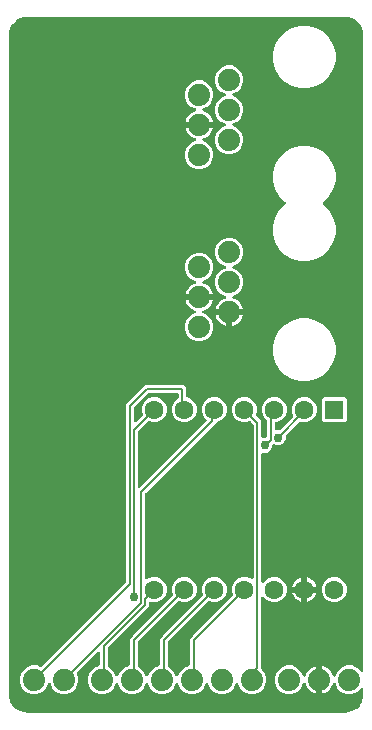
<source format=gbr>
G04 EAGLE Gerber RS-274X export*
G75*
%MOIN*%
%FSLAX34Y34*%
%LPD*%
%INBottom Copper*%
%IPPOS*%
%AMOC8*
5,1,8,0,0,1.08239X$1,22.5*%
G01*
%ADD10C,0.074000*%
%ADD11R,0.062992X0.062992*%
%ADD12C,0.062992*%
%ADD13C,0.029780*%
%ADD14C,0.006000*%

G36*
X32872Y8401D02*
X32872Y8401D01*
X32873Y8401D01*
X32945Y8406D01*
X32952Y8407D01*
X32955Y8407D01*
X33093Y8444D01*
X33105Y8449D01*
X33230Y8521D01*
X33239Y8529D01*
X33240Y8529D01*
X33341Y8630D01*
X33349Y8640D01*
X33349Y8641D01*
X33421Y8765D01*
X33426Y8776D01*
X33426Y8777D01*
X33463Y8915D01*
X33464Y8923D01*
X33465Y8925D01*
X33469Y8997D01*
X33469Y8999D01*
X33469Y9000D01*
X33469Y9185D01*
X33469Y9190D01*
X33468Y9196D01*
X33468Y9197D01*
X33466Y9202D01*
X33464Y9207D01*
X33463Y9208D01*
X33463Y9209D01*
X33460Y9213D01*
X33457Y9218D01*
X33456Y9218D01*
X33456Y9219D01*
X33451Y9222D01*
X33447Y9226D01*
X33446Y9226D01*
X33441Y9229D01*
X33436Y9231D01*
X33435Y9231D01*
X33435Y9232D01*
X33429Y9233D01*
X33424Y9234D01*
X33423Y9234D01*
X33417Y9233D01*
X33412Y9233D01*
X33411Y9233D01*
X33410Y9233D01*
X33405Y9231D01*
X33400Y9230D01*
X33399Y9229D01*
X33398Y9229D01*
X33388Y9222D01*
X33386Y9220D01*
X33385Y9220D01*
X33267Y9101D01*
X33094Y9029D01*
X32906Y9029D01*
X32733Y9101D01*
X32601Y9233D01*
X32544Y9371D01*
X32543Y9372D01*
X32543Y9373D01*
X32540Y9377D01*
X32538Y9381D01*
X32537Y9382D01*
X32536Y9383D01*
X32533Y9387D01*
X32529Y9390D01*
X32528Y9391D01*
X32527Y9392D01*
X32523Y9394D01*
X32519Y9397D01*
X32517Y9397D01*
X32516Y9398D01*
X32511Y9399D01*
X32507Y9400D01*
X32505Y9400D01*
X32504Y9401D01*
X32499Y9401D01*
X32494Y9401D01*
X32493Y9401D01*
X32492Y9400D01*
X32487Y9399D01*
X32482Y9398D01*
X32481Y9398D01*
X32480Y9397D01*
X32475Y9395D01*
X32471Y9393D01*
X32470Y9392D01*
X32469Y9391D01*
X32465Y9388D01*
X32462Y9384D01*
X32461Y9383D01*
X32460Y9382D01*
X32459Y9380D01*
X32455Y9374D01*
X32453Y9369D01*
X32452Y9367D01*
X32436Y9319D01*
X32403Y9253D01*
X32359Y9193D01*
X32307Y9141D01*
X32247Y9097D01*
X32181Y9064D01*
X32110Y9041D01*
X32099Y9039D01*
X32099Y9450D01*
X32099Y9455D01*
X32098Y9460D01*
X32098Y9461D01*
X32098Y9462D01*
X32096Y9467D01*
X32094Y9472D01*
X32094Y9473D01*
X32093Y9474D01*
X32090Y9478D01*
X32087Y9482D01*
X32086Y9483D01*
X32086Y9484D01*
X32082Y9487D01*
X32078Y9490D01*
X32077Y9491D01*
X32076Y9492D01*
X32072Y9494D01*
X32067Y9496D01*
X32066Y9496D01*
X32065Y9497D01*
X32053Y9499D01*
X32051Y9499D01*
X32050Y9499D01*
X31950Y9499D01*
X31945Y9499D01*
X31940Y9498D01*
X31939Y9498D01*
X31938Y9498D01*
X31933Y9496D01*
X31928Y9494D01*
X31927Y9494D01*
X31926Y9493D01*
X31922Y9490D01*
X31918Y9487D01*
X31917Y9486D01*
X31916Y9486D01*
X31913Y9482D01*
X31910Y9478D01*
X31909Y9477D01*
X31908Y9476D01*
X31906Y9472D01*
X31904Y9467D01*
X31904Y9466D01*
X31903Y9465D01*
X31901Y9453D01*
X31901Y9451D01*
X31901Y9450D01*
X31901Y9039D01*
X31890Y9041D01*
X31819Y9064D01*
X31753Y9097D01*
X31693Y9141D01*
X31641Y9193D01*
X31597Y9253D01*
X31564Y9319D01*
X31548Y9367D01*
X31548Y9368D01*
X31547Y9369D01*
X31545Y9374D01*
X31543Y9378D01*
X31542Y9379D01*
X31542Y9380D01*
X31538Y9384D01*
X31535Y9388D01*
X31534Y9388D01*
X31533Y9389D01*
X31529Y9392D01*
X31525Y9395D01*
X31524Y9395D01*
X31523Y9396D01*
X31518Y9398D01*
X31513Y9400D01*
X31512Y9400D01*
X31511Y9400D01*
X31506Y9400D01*
X31501Y9401D01*
X31500Y9401D01*
X31498Y9401D01*
X31494Y9400D01*
X31489Y9399D01*
X31487Y9399D01*
X31486Y9399D01*
X31482Y9396D01*
X31477Y9395D01*
X31476Y9394D01*
X31475Y9393D01*
X31471Y9390D01*
X31467Y9387D01*
X31466Y9386D01*
X31465Y9385D01*
X31464Y9383D01*
X31459Y9377D01*
X31457Y9373D01*
X31456Y9371D01*
X31399Y9233D01*
X31267Y9101D01*
X31094Y9029D01*
X30906Y9029D01*
X30733Y9101D01*
X30601Y9233D01*
X30529Y9406D01*
X30529Y9594D01*
X30601Y9767D01*
X30733Y9899D01*
X30906Y9971D01*
X31094Y9971D01*
X31267Y9899D01*
X31399Y9767D01*
X31456Y9629D01*
X31457Y9628D01*
X31457Y9627D01*
X31460Y9623D01*
X31462Y9619D01*
X31463Y9618D01*
X31464Y9617D01*
X31467Y9613D01*
X31471Y9610D01*
X31472Y9609D01*
X31473Y9608D01*
X31477Y9606D01*
X31481Y9603D01*
X31483Y9603D01*
X31484Y9602D01*
X31489Y9601D01*
X31493Y9600D01*
X31495Y9600D01*
X31496Y9599D01*
X31501Y9599D01*
X31506Y9599D01*
X31507Y9599D01*
X31508Y9600D01*
X31513Y9601D01*
X31518Y9602D01*
X31519Y9602D01*
X31520Y9603D01*
X31525Y9605D01*
X31529Y9607D01*
X31530Y9608D01*
X31531Y9609D01*
X31535Y9612D01*
X31538Y9616D01*
X31539Y9617D01*
X31540Y9618D01*
X31541Y9620D01*
X31545Y9626D01*
X31547Y9631D01*
X31548Y9633D01*
X31564Y9681D01*
X31597Y9747D01*
X31641Y9807D01*
X31693Y9859D01*
X31753Y9903D01*
X31819Y9936D01*
X31890Y9959D01*
X31901Y9961D01*
X31901Y9550D01*
X31901Y9545D01*
X31902Y9540D01*
X31902Y9539D01*
X31902Y9538D01*
X31904Y9533D01*
X31906Y9528D01*
X31906Y9527D01*
X31907Y9526D01*
X31910Y9522D01*
X31913Y9518D01*
X31914Y9517D01*
X31914Y9516D01*
X31918Y9513D01*
X31922Y9510D01*
X31923Y9509D01*
X31924Y9508D01*
X31928Y9506D01*
X31933Y9504D01*
X31934Y9504D01*
X31935Y9503D01*
X31947Y9501D01*
X31949Y9501D01*
X31950Y9501D01*
X32050Y9501D01*
X32055Y9501D01*
X32060Y9502D01*
X32061Y9502D01*
X32062Y9502D01*
X32067Y9504D01*
X32072Y9506D01*
X32073Y9506D01*
X32074Y9507D01*
X32078Y9510D01*
X32082Y9513D01*
X32083Y9514D01*
X32084Y9514D01*
X32087Y9518D01*
X32090Y9522D01*
X32091Y9523D01*
X32092Y9524D01*
X32094Y9528D01*
X32096Y9533D01*
X32096Y9534D01*
X32097Y9535D01*
X32099Y9547D01*
X32099Y9549D01*
X32099Y9550D01*
X32099Y9961D01*
X32110Y9959D01*
X32181Y9936D01*
X32247Y9903D01*
X32307Y9859D01*
X32359Y9807D01*
X32403Y9747D01*
X32436Y9681D01*
X32452Y9633D01*
X32452Y9632D01*
X32453Y9631D01*
X32455Y9626D01*
X32457Y9622D01*
X32458Y9621D01*
X32458Y9620D01*
X32462Y9616D01*
X32465Y9612D01*
X32466Y9612D01*
X32467Y9611D01*
X32471Y9608D01*
X32475Y9605D01*
X32476Y9605D01*
X32477Y9604D01*
X32482Y9602D01*
X32487Y9600D01*
X32488Y9600D01*
X32489Y9600D01*
X32494Y9600D01*
X32499Y9599D01*
X32500Y9599D01*
X32502Y9599D01*
X32506Y9600D01*
X32511Y9601D01*
X32513Y9601D01*
X32514Y9601D01*
X32518Y9604D01*
X32523Y9605D01*
X32524Y9606D01*
X32525Y9607D01*
X32529Y9610D01*
X32533Y9613D01*
X32534Y9614D01*
X32535Y9615D01*
X32536Y9617D01*
X32541Y9623D01*
X32543Y9627D01*
X32544Y9629D01*
X32601Y9767D01*
X32733Y9899D01*
X32906Y9971D01*
X33094Y9971D01*
X33267Y9899D01*
X33385Y9780D01*
X33390Y9777D01*
X33394Y9774D01*
X33395Y9773D01*
X33400Y9771D01*
X33405Y9768D01*
X33406Y9768D01*
X33407Y9768D01*
X33412Y9767D01*
X33417Y9766D01*
X33418Y9766D01*
X33419Y9766D01*
X33424Y9767D01*
X33430Y9767D01*
X33431Y9767D01*
X33436Y9769D01*
X33442Y9771D01*
X33443Y9772D01*
X33447Y9775D01*
X33452Y9778D01*
X33453Y9779D01*
X33457Y9783D01*
X33460Y9787D01*
X33461Y9788D01*
X33464Y9793D01*
X33466Y9798D01*
X33466Y9799D01*
X33467Y9799D01*
X33469Y9811D01*
X33469Y9814D01*
X33469Y9815D01*
X33469Y30996D01*
X33469Y30998D01*
X33469Y30999D01*
X33465Y31071D01*
X33463Y31078D01*
X33463Y31081D01*
X33426Y31219D01*
X33421Y31231D01*
X33349Y31356D01*
X33342Y31365D01*
X33341Y31366D01*
X33240Y31467D01*
X33230Y31475D01*
X33105Y31547D01*
X33094Y31552D01*
X33093Y31552D01*
X32955Y31589D01*
X32948Y31590D01*
X32945Y31591D01*
X32873Y31595D01*
X32871Y31595D01*
X32870Y31595D01*
X22250Y31595D01*
X22248Y31595D01*
X22247Y31595D01*
X22175Y31591D01*
X22168Y31589D01*
X22165Y31589D01*
X22027Y31552D01*
X22015Y31547D01*
X21891Y31475D01*
X21881Y31468D01*
X21881Y31467D01*
X21880Y31467D01*
X21779Y31366D01*
X21771Y31356D01*
X21699Y31231D01*
X21697Y31226D01*
X21695Y31221D01*
X21695Y31220D01*
X21694Y31220D01*
X21694Y31219D01*
X21657Y31081D01*
X21656Y31074D01*
X21656Y31071D01*
X21651Y30999D01*
X21651Y30997D01*
X21651Y30996D01*
X21651Y9000D01*
X21651Y8998D01*
X21651Y8997D01*
X21656Y8925D01*
X21657Y8918D01*
X21657Y8915D01*
X21694Y8777D01*
X21699Y8765D01*
X21771Y8641D01*
X21779Y8631D01*
X21779Y8630D01*
X21880Y8529D01*
X21890Y8521D01*
X21891Y8521D01*
X22015Y8449D01*
X22026Y8444D01*
X22027Y8444D01*
X22165Y8407D01*
X22173Y8406D01*
X22175Y8406D01*
X22247Y8401D01*
X22249Y8401D01*
X22250Y8401D01*
X32870Y8401D01*
X32872Y8401D01*
G37*
%LPC*%
G36*
X22406Y9029D02*
X22406Y9029D01*
X22233Y9101D01*
X22101Y9233D01*
X22029Y9406D01*
X22029Y9594D01*
X22101Y9767D01*
X22233Y9899D01*
X22406Y9971D01*
X22594Y9971D01*
X22699Y9927D01*
X22701Y9927D01*
X22702Y9926D01*
X22707Y9925D01*
X22711Y9924D01*
X22713Y9924D01*
X22714Y9923D01*
X22719Y9924D01*
X22724Y9924D01*
X22725Y9924D01*
X22727Y9924D01*
X22731Y9925D01*
X22736Y9927D01*
X22737Y9927D01*
X22738Y9928D01*
X22740Y9929D01*
X22747Y9932D01*
X22751Y9936D01*
X22753Y9938D01*
X25542Y12727D01*
X25545Y12731D01*
X25548Y12734D01*
X25549Y12736D01*
X25550Y12737D01*
X25552Y12741D01*
X25554Y12745D01*
X25554Y12746D01*
X25555Y12748D01*
X25557Y12761D01*
X25557Y12762D01*
X25557Y18679D01*
X26196Y19318D01*
X27492Y19318D01*
X27568Y19242D01*
X27568Y18955D01*
X27568Y18953D01*
X27568Y18952D01*
X27569Y18947D01*
X27570Y18942D01*
X27570Y18941D01*
X27571Y18939D01*
X27573Y18935D01*
X27574Y18931D01*
X27575Y18930D01*
X27576Y18928D01*
X27579Y18925D01*
X27582Y18921D01*
X27583Y18920D01*
X27584Y18919D01*
X27586Y18917D01*
X27591Y18913D01*
X27597Y18910D01*
X27599Y18909D01*
X27735Y18852D01*
X27852Y18735D01*
X27916Y18583D01*
X27916Y18417D01*
X27852Y18265D01*
X27735Y18148D01*
X27583Y18084D01*
X27417Y18084D01*
X27265Y18148D01*
X27148Y18265D01*
X27084Y18417D01*
X27084Y18583D01*
X27148Y18735D01*
X27265Y18852D01*
X27276Y18857D01*
X27278Y18858D01*
X27279Y18859D01*
X27283Y18861D01*
X27287Y18863D01*
X27288Y18865D01*
X27289Y18865D01*
X27293Y18869D01*
X27296Y18872D01*
X27297Y18873D01*
X27298Y18875D01*
X27300Y18879D01*
X27302Y18883D01*
X27303Y18884D01*
X27304Y18886D01*
X27304Y18888D01*
X27306Y18895D01*
X27306Y18900D01*
X27307Y18903D01*
X27307Y19008D01*
X27306Y19012D01*
X27306Y19017D01*
X27305Y19019D01*
X27305Y19020D01*
X27303Y19024D01*
X27302Y19029D01*
X27301Y19030D01*
X27301Y19031D01*
X27298Y19035D01*
X27295Y19039D01*
X27294Y19040D01*
X27293Y19041D01*
X27289Y19045D01*
X27286Y19048D01*
X27285Y19048D01*
X27284Y19049D01*
X27279Y19051D01*
X27275Y19054D01*
X27274Y19054D01*
X27272Y19054D01*
X27260Y19057D01*
X27259Y19057D01*
X27258Y19057D01*
X26325Y19057D01*
X26320Y19056D01*
X26316Y19056D01*
X26314Y19055D01*
X26312Y19055D01*
X26308Y19054D01*
X26304Y19052D01*
X26303Y19051D01*
X26301Y19051D01*
X26291Y19043D01*
X26290Y19043D01*
X26290Y19042D01*
X25833Y18585D01*
X25830Y18582D01*
X25827Y18579D01*
X25826Y18577D01*
X25825Y18575D01*
X25823Y18571D01*
X25821Y18568D01*
X25821Y18566D01*
X25820Y18564D01*
X25818Y18552D01*
X25818Y18551D01*
X25818Y18550D01*
X25818Y18122D01*
X25819Y18117D01*
X25820Y18111D01*
X25820Y18110D01*
X25822Y18105D01*
X25824Y18099D01*
X25824Y18098D01*
X25828Y18094D01*
X25831Y18089D01*
X25832Y18088D01*
X25836Y18085D01*
X25840Y18081D01*
X25841Y18081D01*
X25841Y18080D01*
X25846Y18078D01*
X25851Y18075D01*
X25852Y18075D01*
X25853Y18075D01*
X25858Y18074D01*
X25864Y18073D01*
X25865Y18073D01*
X25870Y18073D01*
X25876Y18074D01*
X25877Y18074D01*
X25883Y18076D01*
X25888Y18077D01*
X25888Y18078D01*
X25889Y18078D01*
X25899Y18085D01*
X25901Y18086D01*
X25902Y18087D01*
X26104Y18289D01*
X26105Y18291D01*
X26106Y18291D01*
X26109Y18295D01*
X26112Y18299D01*
X26113Y18301D01*
X26113Y18302D01*
X26115Y18306D01*
X26117Y18311D01*
X26117Y18312D01*
X26118Y18313D01*
X26118Y18318D01*
X26119Y18323D01*
X26119Y18324D01*
X26119Y18326D01*
X26118Y18328D01*
X26118Y18335D01*
X26116Y18340D01*
X26115Y18343D01*
X26084Y18417D01*
X26084Y18583D01*
X26148Y18735D01*
X26265Y18852D01*
X26417Y18916D01*
X26583Y18916D01*
X26735Y18852D01*
X26852Y18735D01*
X26916Y18583D01*
X26916Y18417D01*
X26852Y18265D01*
X26735Y18148D01*
X26583Y18084D01*
X26417Y18084D01*
X26343Y18115D01*
X26342Y18115D01*
X26340Y18116D01*
X26336Y18117D01*
X26331Y18118D01*
X26329Y18118D01*
X26328Y18119D01*
X26323Y18118D01*
X26319Y18119D01*
X26317Y18118D01*
X26316Y18118D01*
X26311Y18117D01*
X26306Y18116D01*
X26305Y18115D01*
X26304Y18114D01*
X26302Y18113D01*
X26296Y18110D01*
X26291Y18106D01*
X26289Y18104D01*
X25958Y17773D01*
X25955Y17769D01*
X25952Y17766D01*
X25951Y17764D01*
X25950Y17763D01*
X25948Y17759D01*
X25946Y17755D01*
X25946Y17754D01*
X25945Y17752D01*
X25943Y17739D01*
X25943Y17738D01*
X25943Y15935D01*
X25944Y15929D01*
X25944Y15926D01*
X25945Y15923D01*
X25945Y15922D01*
X25947Y15917D01*
X25949Y15912D01*
X25949Y15911D01*
X25953Y15906D01*
X25956Y15902D01*
X25956Y15901D01*
X25957Y15901D01*
X25961Y15897D01*
X25965Y15893D01*
X25966Y15893D01*
X25971Y15890D01*
X25976Y15888D01*
X25977Y15888D01*
X25978Y15888D01*
X25983Y15887D01*
X25989Y15885D01*
X25990Y15885D01*
X25995Y15886D01*
X26001Y15886D01*
X26002Y15886D01*
X26008Y15888D01*
X26013Y15890D01*
X26014Y15890D01*
X26024Y15897D01*
X26026Y15899D01*
X26027Y15900D01*
X28235Y18107D01*
X28238Y18111D01*
X28241Y18115D01*
X28242Y18116D01*
X28243Y18117D01*
X28245Y18122D01*
X28247Y18126D01*
X28247Y18127D01*
X28248Y18129D01*
X28248Y18134D01*
X28249Y18138D01*
X28249Y18140D01*
X28249Y18141D01*
X28249Y18146D01*
X28249Y18151D01*
X28248Y18152D01*
X28248Y18153D01*
X28246Y18158D01*
X28245Y18163D01*
X28244Y18164D01*
X28244Y18165D01*
X28237Y18175D01*
X28236Y18176D01*
X28235Y18177D01*
X28148Y18265D01*
X28084Y18417D01*
X28084Y18583D01*
X28148Y18735D01*
X28265Y18852D01*
X28417Y18916D01*
X28583Y18916D01*
X28735Y18852D01*
X28852Y18735D01*
X28916Y18583D01*
X28916Y18417D01*
X28852Y18265D01*
X28735Y18148D01*
X28590Y18087D01*
X28589Y18087D01*
X28588Y18087D01*
X28587Y18085D01*
X28579Y18081D01*
X28576Y18078D01*
X28574Y18077D01*
X26208Y15710D01*
X26205Y15707D01*
X26202Y15704D01*
X26201Y15702D01*
X26200Y15700D01*
X26198Y15696D01*
X26196Y15693D01*
X26196Y15691D01*
X26195Y15689D01*
X26193Y15677D01*
X26193Y15676D01*
X26193Y15675D01*
X26193Y12897D01*
X26194Y12894D01*
X26193Y12892D01*
X26194Y12888D01*
X26195Y12884D01*
X26196Y12882D01*
X26196Y12880D01*
X26198Y12877D01*
X26199Y12873D01*
X26201Y12871D01*
X26202Y12869D01*
X26204Y12866D01*
X26207Y12863D01*
X26208Y12861D01*
X26210Y12860D01*
X26213Y12857D01*
X26216Y12855D01*
X26218Y12854D01*
X26220Y12853D01*
X26224Y12851D01*
X26228Y12850D01*
X26230Y12849D01*
X26232Y12849D01*
X26236Y12848D01*
X26240Y12847D01*
X26242Y12848D01*
X26244Y12847D01*
X26247Y12848D01*
X26252Y12848D01*
X26259Y12851D01*
X26261Y12851D01*
X26417Y12916D01*
X26583Y12916D01*
X26735Y12852D01*
X26852Y12735D01*
X26916Y12583D01*
X26916Y12417D01*
X26852Y12265D01*
X26735Y12148D01*
X26583Y12084D01*
X26417Y12084D01*
X26386Y12097D01*
X26384Y12098D01*
X26382Y12099D01*
X26378Y12099D01*
X26374Y12100D01*
X26372Y12100D01*
X26370Y12101D01*
X26366Y12100D01*
X26362Y12101D01*
X26360Y12100D01*
X26358Y12100D01*
X26354Y12099D01*
X26350Y12098D01*
X26348Y12097D01*
X26346Y12096D01*
X26342Y12094D01*
X26339Y12092D01*
X26337Y12090D01*
X26336Y12089D01*
X26333Y12086D01*
X26330Y12083D01*
X26329Y12081D01*
X26327Y12080D01*
X26325Y12076D01*
X26323Y12073D01*
X26322Y12071D01*
X26321Y12069D01*
X26321Y12066D01*
X26319Y12061D01*
X26319Y12054D01*
X26318Y12052D01*
X26318Y11946D01*
X24958Y10585D01*
X24955Y10582D01*
X24952Y10579D01*
X24951Y10577D01*
X24950Y10575D01*
X24948Y10571D01*
X24946Y10568D01*
X24946Y10566D01*
X24945Y10564D01*
X24943Y10552D01*
X24943Y10551D01*
X24943Y10550D01*
X24943Y9962D01*
X24943Y9961D01*
X24943Y9959D01*
X24944Y9955D01*
X24945Y9950D01*
X24945Y9949D01*
X24946Y9947D01*
X24948Y9943D01*
X24949Y9939D01*
X24950Y9937D01*
X24951Y9936D01*
X24954Y9932D01*
X24957Y9928D01*
X24958Y9928D01*
X24959Y9926D01*
X24961Y9925D01*
X24966Y9921D01*
X24972Y9918D01*
X24974Y9917D01*
X25017Y9899D01*
X25149Y9767D01*
X25204Y9633D01*
X25207Y9628D01*
X25210Y9623D01*
X25211Y9622D01*
X25215Y9618D01*
X25218Y9614D01*
X25219Y9614D01*
X25219Y9613D01*
X25224Y9610D01*
X25229Y9607D01*
X25230Y9607D01*
X25235Y9605D01*
X25241Y9603D01*
X25242Y9603D01*
X25247Y9603D01*
X25253Y9603D01*
X25254Y9603D01*
X25260Y9604D01*
X25265Y9605D01*
X25266Y9605D01*
X25271Y9608D01*
X25276Y9610D01*
X25277Y9611D01*
X25278Y9611D01*
X25282Y9615D01*
X25286Y9618D01*
X25286Y9619D01*
X25287Y9619D01*
X25294Y9629D01*
X25295Y9632D01*
X25295Y9633D01*
X25351Y9767D01*
X25483Y9899D01*
X25651Y9969D01*
X25653Y9969D01*
X25654Y9970D01*
X25658Y9973D01*
X25662Y9975D01*
X25663Y9976D01*
X25664Y9977D01*
X25668Y9980D01*
X25671Y9984D01*
X25672Y9985D01*
X25673Y9986D01*
X25675Y9990D01*
X25677Y9994D01*
X25678Y9996D01*
X25679Y9997D01*
X25679Y9999D01*
X25681Y10006D01*
X25681Y10012D01*
X25682Y10014D01*
X25682Y10867D01*
X25773Y10958D01*
X27104Y12289D01*
X27105Y12291D01*
X27106Y12291D01*
X27109Y12295D01*
X27112Y12299D01*
X27113Y12301D01*
X27113Y12302D01*
X27115Y12306D01*
X27117Y12311D01*
X27117Y12312D01*
X27118Y12313D01*
X27118Y12318D01*
X27119Y12323D01*
X27119Y12324D01*
X27119Y12326D01*
X27118Y12328D01*
X27118Y12335D01*
X27116Y12340D01*
X27115Y12343D01*
X27084Y12417D01*
X27084Y12583D01*
X27148Y12735D01*
X27265Y12852D01*
X27417Y12916D01*
X27583Y12916D01*
X27735Y12852D01*
X27852Y12735D01*
X27916Y12583D01*
X27916Y12417D01*
X27852Y12265D01*
X27735Y12148D01*
X27583Y12084D01*
X27417Y12084D01*
X27343Y12115D01*
X27342Y12115D01*
X27340Y12116D01*
X27336Y12117D01*
X27331Y12118D01*
X27329Y12118D01*
X27328Y12119D01*
X27323Y12118D01*
X27319Y12119D01*
X27317Y12118D01*
X27316Y12118D01*
X27311Y12117D01*
X27306Y12116D01*
X27305Y12115D01*
X27304Y12114D01*
X27302Y12113D01*
X27296Y12110D01*
X27291Y12106D01*
X27289Y12104D01*
X25958Y10773D01*
X25955Y10769D01*
X25952Y10766D01*
X25951Y10764D01*
X25950Y10763D01*
X25948Y10759D01*
X25946Y10755D01*
X25946Y10754D01*
X25945Y10752D01*
X25943Y10739D01*
X25943Y10738D01*
X25943Y9962D01*
X25943Y9961D01*
X25943Y9959D01*
X25944Y9955D01*
X25945Y9950D01*
X25945Y9949D01*
X25946Y9947D01*
X25948Y9943D01*
X25949Y9939D01*
X25950Y9937D01*
X25951Y9936D01*
X25954Y9932D01*
X25957Y9928D01*
X25958Y9928D01*
X25959Y9926D01*
X25961Y9925D01*
X25966Y9921D01*
X25972Y9918D01*
X25974Y9917D01*
X26017Y9899D01*
X26149Y9767D01*
X26204Y9633D01*
X26207Y9628D01*
X26210Y9623D01*
X26211Y9622D01*
X26215Y9618D01*
X26218Y9614D01*
X26219Y9614D01*
X26219Y9613D01*
X26224Y9610D01*
X26229Y9607D01*
X26230Y9607D01*
X26235Y9605D01*
X26241Y9603D01*
X26242Y9603D01*
X26247Y9603D01*
X26253Y9603D01*
X26254Y9603D01*
X26260Y9604D01*
X26265Y9605D01*
X26266Y9605D01*
X26271Y9608D01*
X26276Y9610D01*
X26277Y9611D01*
X26278Y9611D01*
X26282Y9615D01*
X26286Y9618D01*
X26286Y9619D01*
X26287Y9619D01*
X26294Y9629D01*
X26295Y9632D01*
X26295Y9633D01*
X26351Y9767D01*
X26483Y9899D01*
X26651Y9969D01*
X26653Y9969D01*
X26654Y9970D01*
X26658Y9973D01*
X26662Y9975D01*
X26663Y9976D01*
X26664Y9977D01*
X26668Y9980D01*
X26671Y9984D01*
X26672Y9985D01*
X26673Y9986D01*
X26675Y9990D01*
X26677Y9994D01*
X26678Y9996D01*
X26679Y9997D01*
X26679Y9999D01*
X26681Y10006D01*
X26681Y10012D01*
X26682Y10014D01*
X26682Y10867D01*
X26773Y10958D01*
X28104Y12289D01*
X28105Y12291D01*
X28106Y12291D01*
X28109Y12295D01*
X28112Y12299D01*
X28113Y12301D01*
X28113Y12302D01*
X28115Y12306D01*
X28117Y12311D01*
X28117Y12312D01*
X28118Y12313D01*
X28118Y12318D01*
X28119Y12323D01*
X28119Y12324D01*
X28119Y12326D01*
X28118Y12328D01*
X28118Y12335D01*
X28116Y12340D01*
X28115Y12343D01*
X28084Y12417D01*
X28084Y12583D01*
X28148Y12735D01*
X28265Y12852D01*
X28417Y12916D01*
X28583Y12916D01*
X28735Y12852D01*
X28852Y12735D01*
X28916Y12583D01*
X28916Y12417D01*
X28852Y12265D01*
X28735Y12148D01*
X28583Y12084D01*
X28417Y12084D01*
X28343Y12115D01*
X28342Y12115D01*
X28340Y12116D01*
X28336Y12117D01*
X28331Y12118D01*
X28329Y12118D01*
X28328Y12119D01*
X28323Y12118D01*
X28319Y12119D01*
X28317Y12118D01*
X28316Y12118D01*
X28311Y12117D01*
X28306Y12116D01*
X28305Y12115D01*
X28304Y12114D01*
X28302Y12113D01*
X28296Y12110D01*
X28291Y12106D01*
X28289Y12104D01*
X26958Y10773D01*
X26955Y10769D01*
X26952Y10766D01*
X26951Y10764D01*
X26950Y10763D01*
X26948Y10759D01*
X26946Y10755D01*
X26946Y10754D01*
X26945Y10752D01*
X26943Y10739D01*
X26943Y10738D01*
X26943Y9962D01*
X26943Y9961D01*
X26943Y9959D01*
X26944Y9955D01*
X26945Y9950D01*
X26945Y9949D01*
X26946Y9947D01*
X26948Y9943D01*
X26949Y9939D01*
X26950Y9937D01*
X26951Y9936D01*
X26954Y9932D01*
X26957Y9928D01*
X26958Y9928D01*
X26959Y9926D01*
X26961Y9925D01*
X26966Y9921D01*
X26972Y9918D01*
X26974Y9917D01*
X27017Y9899D01*
X27149Y9767D01*
X27204Y9633D01*
X27207Y9628D01*
X27210Y9623D01*
X27211Y9622D01*
X27215Y9618D01*
X27218Y9614D01*
X27219Y9614D01*
X27219Y9613D01*
X27224Y9610D01*
X27229Y9607D01*
X27230Y9607D01*
X27235Y9605D01*
X27241Y9603D01*
X27242Y9603D01*
X27247Y9603D01*
X27253Y9603D01*
X27254Y9603D01*
X27260Y9604D01*
X27265Y9605D01*
X27266Y9605D01*
X27271Y9608D01*
X27276Y9610D01*
X27277Y9611D01*
X27278Y9611D01*
X27282Y9615D01*
X27286Y9618D01*
X27286Y9619D01*
X27287Y9619D01*
X27294Y9629D01*
X27295Y9632D01*
X27295Y9633D01*
X27351Y9767D01*
X27483Y9899D01*
X27651Y9969D01*
X27653Y9969D01*
X27654Y9970D01*
X27658Y9973D01*
X27662Y9975D01*
X27663Y9976D01*
X27664Y9977D01*
X27668Y9980D01*
X27671Y9984D01*
X27672Y9985D01*
X27673Y9986D01*
X27675Y9990D01*
X27677Y9994D01*
X27678Y9996D01*
X27679Y9997D01*
X27679Y9999D01*
X27681Y10006D01*
X27681Y10012D01*
X27682Y10014D01*
X27682Y10867D01*
X27773Y10958D01*
X29104Y12289D01*
X29105Y12291D01*
X29106Y12291D01*
X29109Y12295D01*
X29112Y12299D01*
X29113Y12301D01*
X29113Y12302D01*
X29115Y12306D01*
X29117Y12311D01*
X29117Y12312D01*
X29118Y12313D01*
X29118Y12318D01*
X29119Y12323D01*
X29119Y12324D01*
X29119Y12326D01*
X29118Y12328D01*
X29118Y12335D01*
X29116Y12340D01*
X29115Y12343D01*
X29084Y12417D01*
X29084Y12583D01*
X29148Y12735D01*
X29265Y12852D01*
X29417Y12916D01*
X29583Y12916D01*
X29739Y12851D01*
X29741Y12851D01*
X29743Y12850D01*
X29747Y12849D01*
X29751Y12848D01*
X29753Y12848D01*
X29755Y12847D01*
X29759Y12848D01*
X29763Y12848D01*
X29765Y12848D01*
X29767Y12848D01*
X29771Y12850D01*
X29775Y12851D01*
X29777Y12852D01*
X29779Y12852D01*
X29783Y12855D01*
X29786Y12857D01*
X29788Y12858D01*
X29789Y12859D01*
X29792Y12862D01*
X29795Y12865D01*
X29796Y12867D01*
X29798Y12868D01*
X29800Y12872D01*
X29802Y12875D01*
X29803Y12877D01*
X29804Y12879D01*
X29804Y12882D01*
X29806Y12887D01*
X29806Y12894D01*
X29807Y12897D01*
X29807Y17988D01*
X29806Y17992D01*
X29806Y17996D01*
X29805Y17998D01*
X29805Y18000D01*
X29804Y18004D01*
X29802Y18008D01*
X29801Y18010D01*
X29801Y18012D01*
X29793Y18022D01*
X29792Y18023D01*
X29711Y18104D01*
X29709Y18105D01*
X29709Y18106D01*
X29705Y18109D01*
X29701Y18112D01*
X29699Y18113D01*
X29698Y18113D01*
X29694Y18115D01*
X29689Y18117D01*
X29688Y18117D01*
X29687Y18118D01*
X29682Y18118D01*
X29677Y18119D01*
X29676Y18119D01*
X29674Y18119D01*
X29672Y18118D01*
X29665Y18118D01*
X29660Y18116D01*
X29657Y18115D01*
X29583Y18084D01*
X29417Y18084D01*
X29265Y18148D01*
X29148Y18265D01*
X29084Y18417D01*
X29084Y18583D01*
X29148Y18735D01*
X29265Y18852D01*
X29417Y18916D01*
X29583Y18916D01*
X29735Y18852D01*
X29852Y18735D01*
X29916Y18583D01*
X29916Y18417D01*
X29885Y18343D01*
X29885Y18342D01*
X29884Y18340D01*
X29883Y18336D01*
X29882Y18331D01*
X29882Y18329D01*
X29881Y18328D01*
X29882Y18323D01*
X29881Y18319D01*
X29882Y18317D01*
X29882Y18316D01*
X29883Y18311D01*
X29884Y18306D01*
X29885Y18305D01*
X29886Y18304D01*
X29887Y18302D01*
X29890Y18296D01*
X29894Y18291D01*
X29896Y18289D01*
X29977Y18208D01*
X30068Y18117D01*
X30068Y17607D01*
X30069Y17605D01*
X30068Y17603D01*
X30069Y17599D01*
X30070Y17595D01*
X30071Y17593D01*
X30071Y17591D01*
X30073Y17587D01*
X30074Y17583D01*
X30076Y17581D01*
X30077Y17579D01*
X30079Y17576D01*
X30082Y17573D01*
X30083Y17572D01*
X30085Y17570D01*
X30088Y17568D01*
X30091Y17565D01*
X30093Y17564D01*
X30095Y17563D01*
X30099Y17562D01*
X30103Y17560D01*
X30105Y17560D01*
X30107Y17559D01*
X30111Y17559D01*
X30115Y17558D01*
X30117Y17558D01*
X30119Y17558D01*
X30122Y17558D01*
X30127Y17559D01*
X30134Y17561D01*
X30136Y17562D01*
X30138Y17562D01*
X30195Y17562D01*
X30200Y17563D01*
X30205Y17563D01*
X30206Y17564D01*
X30207Y17564D01*
X30212Y17566D01*
X30217Y17567D01*
X30218Y17568D01*
X30219Y17568D01*
X30223Y17571D01*
X30227Y17574D01*
X30228Y17575D01*
X30229Y17576D01*
X30232Y17579D01*
X30235Y17583D01*
X30236Y17584D01*
X30237Y17585D01*
X30239Y17590D01*
X30241Y17594D01*
X30241Y17595D01*
X30242Y17597D01*
X30244Y17609D01*
X30244Y17610D01*
X30244Y17611D01*
X30244Y18147D01*
X30244Y18152D01*
X30244Y18156D01*
X30243Y18158D01*
X30243Y18160D01*
X30241Y18164D01*
X30240Y18168D01*
X30239Y18169D01*
X30238Y18171D01*
X30231Y18181D01*
X30230Y18182D01*
X30148Y18265D01*
X30084Y18417D01*
X30084Y18583D01*
X30148Y18735D01*
X30265Y18852D01*
X30417Y18916D01*
X30583Y18916D01*
X30735Y18852D01*
X30852Y18735D01*
X30916Y18583D01*
X30916Y18417D01*
X30852Y18265D01*
X30735Y18148D01*
X30583Y18084D01*
X30555Y18084D01*
X30550Y18084D01*
X30545Y18083D01*
X30544Y18083D01*
X30543Y18083D01*
X30538Y18081D01*
X30533Y18079D01*
X30532Y18079D01*
X30531Y18078D01*
X30527Y18075D01*
X30523Y18072D01*
X30522Y18072D01*
X30521Y18071D01*
X30518Y18067D01*
X30515Y18063D01*
X30514Y18062D01*
X30513Y18061D01*
X30511Y18057D01*
X30509Y18052D01*
X30509Y18051D01*
X30508Y18050D01*
X30506Y18038D01*
X30506Y18036D01*
X30506Y18035D01*
X30506Y17857D01*
X30506Y17855D01*
X30506Y17853D01*
X30507Y17849D01*
X30507Y17845D01*
X30508Y17843D01*
X30509Y17841D01*
X30510Y17837D01*
X30512Y17833D01*
X30513Y17831D01*
X30514Y17829D01*
X30517Y17826D01*
X30519Y17823D01*
X30521Y17822D01*
X30522Y17820D01*
X30526Y17818D01*
X30529Y17815D01*
X30531Y17814D01*
X30533Y17813D01*
X30536Y17812D01*
X30540Y17810D01*
X30542Y17810D01*
X30544Y17809D01*
X30548Y17809D01*
X30552Y17808D01*
X30555Y17808D01*
X30557Y17808D01*
X30559Y17808D01*
X30565Y17809D01*
X30571Y17811D01*
X30574Y17812D01*
X30575Y17812D01*
X30669Y17812D01*
X30674Y17813D01*
X30678Y17813D01*
X30680Y17813D01*
X30682Y17814D01*
X30686Y17815D01*
X30690Y17817D01*
X30691Y17817D01*
X30693Y17818D01*
X30703Y17826D01*
X30704Y17826D01*
X30704Y17827D01*
X31123Y18245D01*
X31124Y18246D01*
X31125Y18247D01*
X31127Y18251D01*
X31130Y18255D01*
X31131Y18256D01*
X31132Y18258D01*
X31133Y18262D01*
X31135Y18266D01*
X31135Y18268D01*
X31136Y18269D01*
X31136Y18274D01*
X31137Y18279D01*
X31137Y18280D01*
X31137Y18282D01*
X31137Y18284D01*
X31136Y18291D01*
X31134Y18296D01*
X31133Y18299D01*
X31084Y18417D01*
X31084Y18583D01*
X31148Y18735D01*
X31265Y18852D01*
X31417Y18916D01*
X31583Y18916D01*
X31735Y18852D01*
X31852Y18735D01*
X31916Y18583D01*
X31916Y18417D01*
X31852Y18265D01*
X31735Y18148D01*
X31583Y18084D01*
X31417Y18084D01*
X31387Y18097D01*
X31386Y18097D01*
X31384Y18098D01*
X31380Y18099D01*
X31375Y18100D01*
X31374Y18100D01*
X31372Y18100D01*
X31367Y18100D01*
X31363Y18100D01*
X31361Y18100D01*
X31360Y18100D01*
X31355Y18098D01*
X31351Y18097D01*
X31349Y18097D01*
X31348Y18096D01*
X31346Y18095D01*
X31340Y18091D01*
X31336Y18088D01*
X31334Y18086D01*
X30889Y17642D01*
X30886Y17638D01*
X30884Y17635D01*
X30883Y17633D01*
X30881Y17632D01*
X30880Y17628D01*
X30878Y17624D01*
X30878Y17623D01*
X30877Y17620D01*
X30875Y17608D01*
X30875Y17607D01*
X30875Y17513D01*
X30837Y17421D01*
X30766Y17351D01*
X30675Y17313D01*
X30575Y17313D01*
X30505Y17342D01*
X30503Y17342D01*
X30501Y17343D01*
X30497Y17344D01*
X30493Y17345D01*
X30491Y17345D01*
X30489Y17346D01*
X30485Y17345D01*
X30481Y17345D01*
X30479Y17345D01*
X30477Y17345D01*
X30473Y17343D01*
X30469Y17342D01*
X30467Y17341D01*
X30465Y17341D01*
X30461Y17338D01*
X30458Y17336D01*
X30456Y17335D01*
X30454Y17334D01*
X30452Y17331D01*
X30449Y17328D01*
X30448Y17326D01*
X30446Y17325D01*
X30444Y17321D01*
X30442Y17318D01*
X30441Y17316D01*
X30440Y17314D01*
X30440Y17311D01*
X30438Y17306D01*
X30438Y17299D01*
X30437Y17296D01*
X30437Y17263D01*
X30399Y17171D01*
X30329Y17101D01*
X30237Y17063D01*
X30138Y17063D01*
X30136Y17063D01*
X30134Y17064D01*
X30132Y17065D01*
X30128Y17066D01*
X30124Y17067D01*
X30122Y17067D01*
X30120Y17067D01*
X30116Y17067D01*
X30112Y17067D01*
X30110Y17066D01*
X30108Y17066D01*
X30104Y17065D01*
X30100Y17064D01*
X30098Y17063D01*
X30096Y17062D01*
X30092Y17060D01*
X30089Y17058D01*
X30087Y17057D01*
X30086Y17055D01*
X30083Y17052D01*
X30080Y17050D01*
X30079Y17048D01*
X30077Y17046D01*
X30075Y17043D01*
X30073Y17039D01*
X30072Y17037D01*
X30071Y17035D01*
X30071Y17033D01*
X30069Y17027D01*
X30069Y17020D01*
X30068Y17018D01*
X30068Y12775D01*
X30069Y12770D01*
X30070Y12764D01*
X30070Y12763D01*
X30072Y12758D01*
X30074Y12752D01*
X30074Y12751D01*
X30078Y12747D01*
X30081Y12742D01*
X30082Y12741D01*
X30086Y12738D01*
X30090Y12734D01*
X30091Y12734D01*
X30091Y12733D01*
X30096Y12731D01*
X30101Y12728D01*
X30102Y12728D01*
X30103Y12728D01*
X30108Y12727D01*
X30114Y12726D01*
X30115Y12726D01*
X30120Y12726D01*
X30126Y12727D01*
X30127Y12727D01*
X30133Y12729D01*
X30138Y12730D01*
X30138Y12731D01*
X30139Y12731D01*
X30149Y12738D01*
X30151Y12739D01*
X30152Y12740D01*
X30265Y12852D01*
X30417Y12916D01*
X30583Y12916D01*
X30735Y12852D01*
X30852Y12735D01*
X30916Y12583D01*
X30916Y12417D01*
X30852Y12265D01*
X30735Y12148D01*
X30583Y12084D01*
X30417Y12084D01*
X30265Y12148D01*
X30152Y12260D01*
X30148Y12263D01*
X30144Y12267D01*
X30143Y12267D01*
X30142Y12267D01*
X30137Y12270D01*
X30132Y12272D01*
X30131Y12272D01*
X30126Y12273D01*
X30120Y12274D01*
X30119Y12274D01*
X30113Y12274D01*
X30108Y12273D01*
X30107Y12273D01*
X30106Y12273D01*
X30101Y12271D01*
X30096Y12269D01*
X30095Y12269D01*
X30090Y12265D01*
X30086Y12262D01*
X30085Y12262D01*
X30081Y12257D01*
X30077Y12253D01*
X30076Y12252D01*
X30074Y12247D01*
X30071Y12242D01*
X30071Y12241D01*
X30068Y12229D01*
X30069Y12226D01*
X30068Y12225D01*
X30068Y9868D01*
X30069Y9864D01*
X30069Y9859D01*
X30070Y9857D01*
X30070Y9856D01*
X30071Y9852D01*
X30073Y9847D01*
X30074Y9846D01*
X30074Y9844D01*
X30082Y9834D01*
X30082Y9833D01*
X30083Y9833D01*
X30149Y9767D01*
X30221Y9594D01*
X30221Y9406D01*
X30149Y9233D01*
X30017Y9101D01*
X29844Y9029D01*
X29656Y9029D01*
X29483Y9101D01*
X29351Y9233D01*
X29296Y9367D01*
X29293Y9372D01*
X29290Y9377D01*
X29289Y9378D01*
X29285Y9382D01*
X29282Y9386D01*
X29281Y9386D01*
X29281Y9387D01*
X29276Y9390D01*
X29271Y9393D01*
X29270Y9393D01*
X29265Y9395D01*
X29259Y9397D01*
X29258Y9397D01*
X29253Y9397D01*
X29247Y9397D01*
X29246Y9397D01*
X29240Y9396D01*
X29235Y9395D01*
X29234Y9395D01*
X29229Y9392D01*
X29224Y9390D01*
X29223Y9389D01*
X29222Y9389D01*
X29218Y9385D01*
X29214Y9382D01*
X29214Y9381D01*
X29213Y9381D01*
X29206Y9371D01*
X29205Y9368D01*
X29204Y9367D01*
X29149Y9233D01*
X29017Y9101D01*
X28844Y9029D01*
X28656Y9029D01*
X28483Y9101D01*
X28351Y9233D01*
X28295Y9367D01*
X28293Y9372D01*
X28290Y9377D01*
X28289Y9378D01*
X28285Y9382D01*
X28282Y9386D01*
X28281Y9386D01*
X28281Y9387D01*
X28276Y9390D01*
X28271Y9393D01*
X28270Y9393D01*
X28265Y9395D01*
X28259Y9397D01*
X28258Y9397D01*
X28253Y9397D01*
X28247Y9397D01*
X28246Y9397D01*
X28240Y9396D01*
X28235Y9395D01*
X28234Y9395D01*
X28229Y9392D01*
X28224Y9390D01*
X28223Y9389D01*
X28222Y9389D01*
X28218Y9385D01*
X28214Y9382D01*
X28214Y9381D01*
X28213Y9381D01*
X28206Y9371D01*
X28205Y9368D01*
X28204Y9367D01*
X28149Y9233D01*
X28017Y9101D01*
X27844Y9029D01*
X27656Y9029D01*
X27483Y9101D01*
X27351Y9233D01*
X27295Y9367D01*
X27293Y9372D01*
X27290Y9377D01*
X27289Y9378D01*
X27285Y9382D01*
X27282Y9386D01*
X27281Y9386D01*
X27281Y9387D01*
X27276Y9390D01*
X27271Y9393D01*
X27270Y9393D01*
X27265Y9395D01*
X27259Y9397D01*
X27258Y9397D01*
X27253Y9397D01*
X27247Y9397D01*
X27246Y9397D01*
X27240Y9396D01*
X27235Y9395D01*
X27234Y9395D01*
X27229Y9392D01*
X27224Y9390D01*
X27223Y9389D01*
X27222Y9389D01*
X27218Y9385D01*
X27214Y9382D01*
X27214Y9381D01*
X27213Y9381D01*
X27206Y9371D01*
X27205Y9368D01*
X27204Y9367D01*
X27149Y9233D01*
X27017Y9101D01*
X26844Y9029D01*
X26656Y9029D01*
X26483Y9101D01*
X26351Y9233D01*
X26295Y9367D01*
X26293Y9372D01*
X26290Y9377D01*
X26289Y9378D01*
X26285Y9382D01*
X26282Y9386D01*
X26281Y9386D01*
X26281Y9387D01*
X26276Y9390D01*
X26271Y9393D01*
X26270Y9393D01*
X26265Y9395D01*
X26259Y9397D01*
X26258Y9397D01*
X26253Y9397D01*
X26247Y9397D01*
X26246Y9397D01*
X26240Y9396D01*
X26235Y9395D01*
X26234Y9395D01*
X26229Y9392D01*
X26224Y9390D01*
X26223Y9389D01*
X26222Y9389D01*
X26218Y9385D01*
X26214Y9382D01*
X26214Y9381D01*
X26213Y9381D01*
X26206Y9371D01*
X26205Y9368D01*
X26204Y9367D01*
X26149Y9233D01*
X26017Y9101D01*
X25844Y9029D01*
X25656Y9029D01*
X25483Y9101D01*
X25351Y9233D01*
X25295Y9367D01*
X25293Y9372D01*
X25290Y9377D01*
X25289Y9378D01*
X25285Y9382D01*
X25282Y9386D01*
X25281Y9386D01*
X25281Y9387D01*
X25276Y9390D01*
X25271Y9393D01*
X25270Y9393D01*
X25265Y9395D01*
X25259Y9397D01*
X25258Y9397D01*
X25253Y9397D01*
X25247Y9397D01*
X25246Y9397D01*
X25240Y9396D01*
X25235Y9395D01*
X25234Y9395D01*
X25229Y9392D01*
X25224Y9390D01*
X25223Y9389D01*
X25222Y9389D01*
X25218Y9385D01*
X25214Y9382D01*
X25214Y9381D01*
X25213Y9381D01*
X25206Y9371D01*
X25205Y9368D01*
X25204Y9367D01*
X25149Y9233D01*
X25017Y9101D01*
X24844Y9029D01*
X24656Y9029D01*
X24483Y9101D01*
X24351Y9233D01*
X24279Y9406D01*
X24279Y9594D01*
X24351Y9767D01*
X24483Y9899D01*
X24651Y9969D01*
X24653Y9969D01*
X24654Y9970D01*
X24658Y9973D01*
X24662Y9975D01*
X24663Y9976D01*
X24664Y9977D01*
X24668Y9980D01*
X24671Y9984D01*
X24672Y9985D01*
X24673Y9986D01*
X24675Y9990D01*
X24677Y9994D01*
X24678Y9996D01*
X24679Y9997D01*
X24679Y9999D01*
X24681Y10006D01*
X24681Y10012D01*
X24682Y10014D01*
X24682Y10378D01*
X24681Y10383D01*
X24680Y10389D01*
X24680Y10390D01*
X24678Y10395D01*
X24676Y10401D01*
X24676Y10402D01*
X24672Y10406D01*
X24669Y10411D01*
X24668Y10412D01*
X24664Y10415D01*
X24660Y10419D01*
X24659Y10419D01*
X24659Y10420D01*
X24654Y10422D01*
X24649Y10425D01*
X24648Y10425D01*
X24647Y10425D01*
X24642Y10426D01*
X24636Y10427D01*
X24635Y10427D01*
X24630Y10427D01*
X24624Y10426D01*
X24623Y10426D01*
X24617Y10424D01*
X24612Y10423D01*
X24612Y10422D01*
X24611Y10422D01*
X24601Y10415D01*
X24599Y10414D01*
X24598Y10413D01*
X23938Y9753D01*
X23937Y9752D01*
X23936Y9751D01*
X23933Y9747D01*
X23930Y9743D01*
X23930Y9742D01*
X23929Y9740D01*
X23927Y9736D01*
X23925Y9732D01*
X23925Y9730D01*
X23924Y9729D01*
X23924Y9724D01*
X23923Y9719D01*
X23923Y9718D01*
X23923Y9716D01*
X23924Y9714D01*
X23925Y9707D01*
X23927Y9702D01*
X23927Y9699D01*
X23971Y9594D01*
X23971Y9406D01*
X23899Y9233D01*
X23767Y9101D01*
X23594Y9029D01*
X23406Y9029D01*
X23233Y9101D01*
X23101Y9233D01*
X23046Y9367D01*
X23043Y9372D01*
X23040Y9377D01*
X23039Y9378D01*
X23035Y9382D01*
X23032Y9386D01*
X23031Y9386D01*
X23031Y9387D01*
X23026Y9390D01*
X23021Y9393D01*
X23020Y9393D01*
X23015Y9395D01*
X23009Y9397D01*
X23008Y9397D01*
X23003Y9397D01*
X22997Y9397D01*
X22996Y9397D01*
X22990Y9396D01*
X22985Y9395D01*
X22984Y9395D01*
X22979Y9392D01*
X22974Y9390D01*
X22973Y9389D01*
X22972Y9389D01*
X22968Y9385D01*
X22964Y9382D01*
X22964Y9381D01*
X22963Y9381D01*
X22956Y9371D01*
X22955Y9368D01*
X22954Y9367D01*
X22899Y9233D01*
X22767Y9101D01*
X22594Y9029D01*
X22406Y9029D01*
G37*
%LPD*%
%LPC*%
G36*
X31363Y23459D02*
X31363Y23459D01*
X31098Y23530D01*
X30861Y23667D01*
X30667Y23861D01*
X30530Y24098D01*
X30459Y24363D01*
X30459Y24637D01*
X30530Y24902D01*
X30667Y25139D01*
X30862Y25333D01*
X30864Y25336D01*
X30869Y25339D01*
X30870Y25340D01*
X30873Y25344D01*
X30877Y25348D01*
X30877Y25349D01*
X30878Y25350D01*
X30880Y25355D01*
X30882Y25359D01*
X30882Y25360D01*
X30883Y25361D01*
X30884Y25366D01*
X30885Y25372D01*
X30885Y25373D01*
X30884Y25379D01*
X30884Y25384D01*
X30884Y25385D01*
X30884Y25386D01*
X30882Y25391D01*
X30880Y25396D01*
X30880Y25397D01*
X30879Y25397D01*
X30876Y25402D01*
X30874Y25406D01*
X30873Y25407D01*
X30872Y25408D01*
X30863Y25416D01*
X30862Y25417D01*
X30667Y25611D01*
X30530Y25848D01*
X30459Y26113D01*
X30459Y26387D01*
X30530Y26652D01*
X30667Y26889D01*
X30861Y27083D01*
X31098Y27220D01*
X31363Y27291D01*
X31637Y27291D01*
X31902Y27220D01*
X32139Y27083D01*
X32333Y26889D01*
X32470Y26652D01*
X32541Y26387D01*
X32541Y26113D01*
X32470Y25848D01*
X32333Y25611D01*
X32138Y25417D01*
X32136Y25414D01*
X32131Y25411D01*
X32130Y25410D01*
X32127Y25406D01*
X32123Y25402D01*
X32123Y25401D01*
X32122Y25400D01*
X32120Y25395D01*
X32118Y25391D01*
X32118Y25390D01*
X32117Y25389D01*
X32116Y25384D01*
X32115Y25378D01*
X32115Y25377D01*
X32116Y25371D01*
X32116Y25366D01*
X32116Y25365D01*
X32116Y25364D01*
X32118Y25359D01*
X32120Y25354D01*
X32120Y25353D01*
X32121Y25353D01*
X32124Y25348D01*
X32126Y25344D01*
X32127Y25343D01*
X32128Y25342D01*
X32137Y25334D01*
X32138Y25333D01*
X32333Y25139D01*
X32470Y24902D01*
X32541Y24637D01*
X32541Y24363D01*
X32470Y24098D01*
X32333Y23861D01*
X32139Y23667D01*
X31902Y23530D01*
X31637Y23459D01*
X31363Y23459D01*
G37*
%LPD*%
%LPC*%
G36*
X31363Y19459D02*
X31363Y19459D01*
X31098Y19530D01*
X30861Y19667D01*
X30667Y19861D01*
X30530Y20098D01*
X30459Y20363D01*
X30459Y20637D01*
X30530Y20902D01*
X30667Y21139D01*
X30861Y21333D01*
X31098Y21470D01*
X31363Y21541D01*
X31637Y21541D01*
X31902Y21470D01*
X32139Y21333D01*
X32333Y21139D01*
X32470Y20902D01*
X32541Y20637D01*
X32541Y20363D01*
X32470Y20098D01*
X32333Y19861D01*
X32139Y19667D01*
X31902Y19530D01*
X31637Y19459D01*
X31363Y19459D01*
G37*
%LPD*%
%LPC*%
G36*
X31363Y29209D02*
X31363Y29209D01*
X31098Y29280D01*
X30861Y29417D01*
X30667Y29611D01*
X30530Y29848D01*
X30459Y30113D01*
X30459Y30387D01*
X30530Y30652D01*
X30667Y30889D01*
X30861Y31083D01*
X31098Y31220D01*
X31363Y31291D01*
X31637Y31291D01*
X31902Y31220D01*
X32139Y31083D01*
X32333Y30889D01*
X32470Y30652D01*
X32541Y30387D01*
X32541Y30113D01*
X32470Y29848D01*
X32333Y29611D01*
X32139Y29417D01*
X31902Y29280D01*
X31637Y29209D01*
X31363Y29209D01*
G37*
%LPD*%
%LPC*%
G36*
X28906Y27029D02*
X28906Y27029D01*
X28733Y27101D01*
X28601Y27233D01*
X28529Y27406D01*
X28529Y27594D01*
X28601Y27767D01*
X28733Y27899D01*
X28867Y27954D01*
X28872Y27957D01*
X28877Y27960D01*
X28878Y27961D01*
X28882Y27965D01*
X28886Y27968D01*
X28886Y27969D01*
X28887Y27969D01*
X28890Y27974D01*
X28893Y27979D01*
X28893Y27980D01*
X28895Y27985D01*
X28897Y27991D01*
X28897Y27992D01*
X28897Y27997D01*
X28897Y28003D01*
X28897Y28004D01*
X28896Y28010D01*
X28895Y28015D01*
X28895Y28016D01*
X28892Y28021D01*
X28890Y28026D01*
X28889Y28027D01*
X28889Y28028D01*
X28885Y28032D01*
X28882Y28036D01*
X28881Y28036D01*
X28881Y28037D01*
X28871Y28044D01*
X28868Y28045D01*
X28867Y28045D01*
X28733Y28101D01*
X28601Y28233D01*
X28529Y28406D01*
X28529Y28594D01*
X28601Y28767D01*
X28733Y28899D01*
X28867Y28954D01*
X28872Y28957D01*
X28877Y28960D01*
X28878Y28961D01*
X28882Y28965D01*
X28886Y28968D01*
X28886Y28969D01*
X28887Y28969D01*
X28890Y28974D01*
X28893Y28979D01*
X28893Y28980D01*
X28895Y28985D01*
X28897Y28991D01*
X28897Y28992D01*
X28897Y28997D01*
X28897Y29003D01*
X28897Y29004D01*
X28896Y29010D01*
X28895Y29015D01*
X28895Y29016D01*
X28892Y29021D01*
X28890Y29026D01*
X28889Y29027D01*
X28889Y29028D01*
X28885Y29032D01*
X28882Y29036D01*
X28881Y29036D01*
X28881Y29037D01*
X28871Y29044D01*
X28868Y29045D01*
X28867Y29045D01*
X28733Y29101D01*
X28601Y29233D01*
X28529Y29406D01*
X28529Y29594D01*
X28601Y29767D01*
X28733Y29899D01*
X28906Y29971D01*
X29094Y29971D01*
X29267Y29899D01*
X29399Y29767D01*
X29471Y29594D01*
X29471Y29406D01*
X29399Y29233D01*
X29267Y29101D01*
X29133Y29045D01*
X29128Y29043D01*
X29123Y29040D01*
X29122Y29039D01*
X29118Y29035D01*
X29114Y29032D01*
X29114Y29031D01*
X29113Y29031D01*
X29110Y29026D01*
X29107Y29021D01*
X29107Y29020D01*
X29105Y29015D01*
X29103Y29009D01*
X29103Y29008D01*
X29103Y29003D01*
X29103Y28997D01*
X29103Y28996D01*
X29104Y28990D01*
X29105Y28985D01*
X29105Y28984D01*
X29108Y28979D01*
X29110Y28974D01*
X29111Y28973D01*
X29111Y28972D01*
X29115Y28968D01*
X29118Y28964D01*
X29119Y28964D01*
X29119Y28963D01*
X29129Y28956D01*
X29132Y28955D01*
X29133Y28954D01*
X29267Y28899D01*
X29399Y28767D01*
X29471Y28594D01*
X29471Y28406D01*
X29399Y28233D01*
X29267Y28101D01*
X29133Y28045D01*
X29128Y28043D01*
X29123Y28040D01*
X29122Y28039D01*
X29118Y28035D01*
X29114Y28032D01*
X29114Y28031D01*
X29113Y28031D01*
X29110Y28026D01*
X29107Y28021D01*
X29107Y28020D01*
X29105Y28015D01*
X29103Y28009D01*
X29103Y28008D01*
X29103Y28003D01*
X29103Y27997D01*
X29103Y27996D01*
X29104Y27990D01*
X29105Y27985D01*
X29105Y27984D01*
X29108Y27979D01*
X29110Y27974D01*
X29111Y27973D01*
X29111Y27972D01*
X29115Y27968D01*
X29118Y27964D01*
X29119Y27964D01*
X29119Y27963D01*
X29129Y27956D01*
X29132Y27955D01*
X29133Y27954D01*
X29267Y27899D01*
X29399Y27767D01*
X29471Y27594D01*
X29471Y27406D01*
X29399Y27233D01*
X29267Y27101D01*
X29094Y27029D01*
X28906Y27029D01*
G37*
%LPD*%
%LPC*%
G36*
X27906Y20779D02*
X27906Y20779D01*
X27733Y20851D01*
X27601Y20983D01*
X27529Y21156D01*
X27529Y21344D01*
X27601Y21517D01*
X27733Y21649D01*
X27871Y21706D01*
X27872Y21707D01*
X27873Y21707D01*
X27877Y21710D01*
X27881Y21712D01*
X27882Y21713D01*
X27883Y21714D01*
X27887Y21717D01*
X27890Y21721D01*
X27891Y21722D01*
X27892Y21723D01*
X27894Y21727D01*
X27897Y21731D01*
X27897Y21733D01*
X27898Y21734D01*
X27899Y21739D01*
X27900Y21743D01*
X27900Y21745D01*
X27901Y21746D01*
X27901Y21751D01*
X27901Y21756D01*
X27901Y21757D01*
X27900Y21758D01*
X27899Y21763D01*
X27898Y21768D01*
X27898Y21769D01*
X27897Y21770D01*
X27895Y21775D01*
X27893Y21779D01*
X27892Y21780D01*
X27891Y21781D01*
X27888Y21785D01*
X27884Y21788D01*
X27883Y21789D01*
X27882Y21790D01*
X27880Y21791D01*
X27874Y21795D01*
X27869Y21797D01*
X27867Y21798D01*
X27819Y21814D01*
X27753Y21847D01*
X27693Y21891D01*
X27641Y21943D01*
X27597Y22003D01*
X27564Y22069D01*
X27541Y22140D01*
X27539Y22151D01*
X27950Y22151D01*
X27955Y22151D01*
X27960Y22152D01*
X27961Y22152D01*
X27962Y22152D01*
X27967Y22154D01*
X27972Y22156D01*
X27973Y22156D01*
X27974Y22157D01*
X27978Y22160D01*
X27982Y22163D01*
X27983Y22164D01*
X27984Y22164D01*
X27987Y22168D01*
X27990Y22172D01*
X27991Y22173D01*
X27992Y22174D01*
X27994Y22178D01*
X27996Y22183D01*
X27996Y22184D01*
X27997Y22185D01*
X27999Y22197D01*
X27999Y22199D01*
X27999Y22200D01*
X27999Y22300D01*
X27999Y22305D01*
X27998Y22310D01*
X27998Y22311D01*
X27998Y22312D01*
X27996Y22317D01*
X27994Y22322D01*
X27994Y22323D01*
X27993Y22324D01*
X27990Y22328D01*
X27987Y22332D01*
X27986Y22333D01*
X27986Y22334D01*
X27982Y22337D01*
X27978Y22340D01*
X27977Y22341D01*
X27976Y22342D01*
X27972Y22344D01*
X27967Y22346D01*
X27966Y22346D01*
X27965Y22347D01*
X27953Y22349D01*
X27951Y22349D01*
X27950Y22349D01*
X27539Y22349D01*
X27541Y22360D01*
X27564Y22431D01*
X27597Y22497D01*
X27641Y22557D01*
X27693Y22609D01*
X27753Y22653D01*
X27819Y22686D01*
X27867Y22702D01*
X27868Y22702D01*
X27869Y22703D01*
X27874Y22705D01*
X27878Y22707D01*
X27879Y22708D01*
X27880Y22708D01*
X27884Y22712D01*
X27888Y22715D01*
X27888Y22716D01*
X27889Y22717D01*
X27892Y22721D01*
X27895Y22725D01*
X27895Y22726D01*
X27896Y22727D01*
X27898Y22732D01*
X27900Y22737D01*
X27900Y22738D01*
X27900Y22739D01*
X27900Y22744D01*
X27901Y22749D01*
X27901Y22750D01*
X27901Y22752D01*
X27900Y22756D01*
X27899Y22761D01*
X27899Y22763D01*
X27899Y22764D01*
X27896Y22768D01*
X27895Y22773D01*
X27894Y22774D01*
X27893Y22775D01*
X27890Y22779D01*
X27887Y22783D01*
X27886Y22784D01*
X27885Y22785D01*
X27883Y22786D01*
X27877Y22791D01*
X27873Y22793D01*
X27871Y22794D01*
X27733Y22851D01*
X27601Y22983D01*
X27529Y23156D01*
X27529Y23344D01*
X27601Y23517D01*
X27733Y23649D01*
X27906Y23721D01*
X28094Y23721D01*
X28267Y23649D01*
X28399Y23517D01*
X28471Y23344D01*
X28471Y23156D01*
X28399Y22983D01*
X28267Y22851D01*
X28129Y22794D01*
X28128Y22793D01*
X28127Y22793D01*
X28123Y22790D01*
X28119Y22788D01*
X28118Y22787D01*
X28117Y22786D01*
X28113Y22783D01*
X28110Y22779D01*
X28109Y22778D01*
X28108Y22777D01*
X28106Y22773D01*
X28103Y22769D01*
X28103Y22767D01*
X28102Y22766D01*
X28101Y22761D01*
X28100Y22757D01*
X28100Y22755D01*
X28099Y22754D01*
X28099Y22749D01*
X28099Y22744D01*
X28099Y22743D01*
X28100Y22742D01*
X28101Y22737D01*
X28102Y22732D01*
X28102Y22731D01*
X28103Y22730D01*
X28105Y22725D01*
X28107Y22721D01*
X28108Y22720D01*
X28109Y22719D01*
X28112Y22715D01*
X28116Y22712D01*
X28117Y22711D01*
X28118Y22710D01*
X28120Y22709D01*
X28126Y22705D01*
X28131Y22703D01*
X28133Y22702D01*
X28181Y22686D01*
X28247Y22653D01*
X28307Y22609D01*
X28359Y22557D01*
X28403Y22497D01*
X28436Y22431D01*
X28459Y22360D01*
X28461Y22349D01*
X28050Y22349D01*
X28045Y22349D01*
X28040Y22348D01*
X28039Y22348D01*
X28038Y22348D01*
X28033Y22346D01*
X28028Y22344D01*
X28027Y22344D01*
X28026Y22343D01*
X28022Y22340D01*
X28018Y22337D01*
X28017Y22336D01*
X28016Y22336D01*
X28013Y22332D01*
X28010Y22328D01*
X28009Y22327D01*
X28008Y22326D01*
X28006Y22322D01*
X28004Y22317D01*
X28004Y22316D01*
X28003Y22315D01*
X28001Y22303D01*
X28001Y22301D01*
X28001Y22300D01*
X28001Y22200D01*
X28001Y22195D01*
X28002Y22190D01*
X28002Y22189D01*
X28002Y22188D01*
X28004Y22183D01*
X28006Y22178D01*
X28006Y22177D01*
X28007Y22176D01*
X28010Y22172D01*
X28013Y22168D01*
X28014Y22167D01*
X28014Y22166D01*
X28018Y22163D01*
X28022Y22160D01*
X28023Y22159D01*
X28024Y22158D01*
X28028Y22156D01*
X28033Y22154D01*
X28034Y22154D01*
X28035Y22153D01*
X28047Y22151D01*
X28049Y22151D01*
X28050Y22151D01*
X28461Y22151D01*
X28459Y22140D01*
X28436Y22069D01*
X28403Y22003D01*
X28359Y21943D01*
X28307Y21891D01*
X28247Y21847D01*
X28181Y21814D01*
X28133Y21798D01*
X28132Y21798D01*
X28131Y21797D01*
X28126Y21795D01*
X28122Y21793D01*
X28121Y21792D01*
X28120Y21792D01*
X28116Y21788D01*
X28112Y21785D01*
X28112Y21784D01*
X28111Y21783D01*
X28108Y21779D01*
X28105Y21775D01*
X28105Y21774D01*
X28104Y21773D01*
X28102Y21768D01*
X28100Y21763D01*
X28100Y21762D01*
X28100Y21761D01*
X28100Y21756D01*
X28099Y21751D01*
X28099Y21750D01*
X28099Y21748D01*
X28100Y21744D01*
X28101Y21739D01*
X28101Y21737D01*
X28101Y21736D01*
X28104Y21732D01*
X28105Y21727D01*
X28106Y21726D01*
X28107Y21725D01*
X28110Y21721D01*
X28113Y21717D01*
X28114Y21716D01*
X28115Y21715D01*
X28117Y21714D01*
X28123Y21709D01*
X28127Y21707D01*
X28129Y21706D01*
X28267Y21649D01*
X28399Y21517D01*
X28471Y21344D01*
X28471Y21156D01*
X28399Y20983D01*
X28267Y20851D01*
X28094Y20779D01*
X27906Y20779D01*
G37*
%LPD*%
%LPC*%
G36*
X27906Y26529D02*
X27906Y26529D01*
X27733Y26601D01*
X27601Y26733D01*
X27529Y26906D01*
X27529Y27094D01*
X27601Y27267D01*
X27733Y27399D01*
X27871Y27456D01*
X27872Y27457D01*
X27873Y27457D01*
X27877Y27460D01*
X27881Y27462D01*
X27882Y27463D01*
X27883Y27464D01*
X27887Y27467D01*
X27890Y27471D01*
X27891Y27472D01*
X27892Y27473D01*
X27894Y27477D01*
X27897Y27481D01*
X27897Y27483D01*
X27898Y27484D01*
X27899Y27489D01*
X27900Y27493D01*
X27900Y27495D01*
X27901Y27496D01*
X27901Y27501D01*
X27901Y27506D01*
X27901Y27507D01*
X27900Y27508D01*
X27899Y27513D01*
X27898Y27518D01*
X27898Y27519D01*
X27897Y27520D01*
X27895Y27525D01*
X27893Y27529D01*
X27892Y27530D01*
X27891Y27531D01*
X27888Y27535D01*
X27884Y27538D01*
X27883Y27539D01*
X27882Y27540D01*
X27880Y27541D01*
X27874Y27545D01*
X27869Y27547D01*
X27867Y27548D01*
X27819Y27564D01*
X27753Y27597D01*
X27693Y27641D01*
X27641Y27693D01*
X27597Y27753D01*
X27564Y27819D01*
X27541Y27890D01*
X27539Y27901D01*
X27950Y27901D01*
X27955Y27901D01*
X27960Y27902D01*
X27961Y27902D01*
X27962Y27902D01*
X27967Y27904D01*
X27972Y27906D01*
X27973Y27906D01*
X27974Y27907D01*
X27978Y27910D01*
X27982Y27913D01*
X27983Y27914D01*
X27984Y27914D01*
X27987Y27918D01*
X27990Y27922D01*
X27991Y27923D01*
X27992Y27924D01*
X27994Y27928D01*
X27996Y27933D01*
X27996Y27934D01*
X27997Y27935D01*
X27999Y27947D01*
X27999Y27949D01*
X27999Y27950D01*
X27999Y28050D01*
X27999Y28055D01*
X27998Y28060D01*
X27998Y28061D01*
X27998Y28062D01*
X27996Y28067D01*
X27994Y28072D01*
X27994Y28073D01*
X27993Y28074D01*
X27990Y28078D01*
X27987Y28082D01*
X27986Y28083D01*
X27986Y28084D01*
X27982Y28087D01*
X27978Y28090D01*
X27977Y28091D01*
X27976Y28092D01*
X27972Y28094D01*
X27967Y28096D01*
X27966Y28096D01*
X27965Y28097D01*
X27953Y28099D01*
X27951Y28099D01*
X27950Y28099D01*
X27539Y28099D01*
X27541Y28110D01*
X27564Y28181D01*
X27597Y28247D01*
X27641Y28307D01*
X27693Y28359D01*
X27753Y28403D01*
X27819Y28436D01*
X27867Y28452D01*
X27868Y28452D01*
X27869Y28453D01*
X27874Y28455D01*
X27878Y28457D01*
X27879Y28458D01*
X27880Y28458D01*
X27884Y28462D01*
X27888Y28465D01*
X27888Y28466D01*
X27889Y28467D01*
X27892Y28471D01*
X27895Y28475D01*
X27895Y28476D01*
X27896Y28477D01*
X27898Y28482D01*
X27900Y28487D01*
X27900Y28488D01*
X27900Y28489D01*
X27900Y28494D01*
X27901Y28499D01*
X27901Y28500D01*
X27901Y28502D01*
X27900Y28506D01*
X27899Y28511D01*
X27899Y28513D01*
X27899Y28514D01*
X27896Y28518D01*
X27895Y28523D01*
X27894Y28524D01*
X27893Y28525D01*
X27890Y28529D01*
X27887Y28533D01*
X27886Y28534D01*
X27885Y28535D01*
X27883Y28536D01*
X27877Y28541D01*
X27873Y28543D01*
X27871Y28544D01*
X27733Y28601D01*
X27601Y28733D01*
X27529Y28906D01*
X27529Y29094D01*
X27601Y29267D01*
X27733Y29399D01*
X27906Y29471D01*
X28094Y29471D01*
X28267Y29399D01*
X28399Y29267D01*
X28471Y29094D01*
X28471Y28906D01*
X28399Y28733D01*
X28267Y28601D01*
X28129Y28544D01*
X28128Y28543D01*
X28127Y28543D01*
X28123Y28540D01*
X28119Y28538D01*
X28118Y28537D01*
X28117Y28536D01*
X28113Y28533D01*
X28110Y28529D01*
X28109Y28528D01*
X28108Y28527D01*
X28106Y28523D01*
X28103Y28519D01*
X28103Y28517D01*
X28102Y28516D01*
X28101Y28511D01*
X28100Y28507D01*
X28100Y28505D01*
X28099Y28504D01*
X28099Y28499D01*
X28099Y28494D01*
X28099Y28493D01*
X28100Y28492D01*
X28101Y28487D01*
X28102Y28482D01*
X28102Y28481D01*
X28103Y28480D01*
X28105Y28475D01*
X28107Y28471D01*
X28108Y28470D01*
X28109Y28469D01*
X28112Y28465D01*
X28116Y28462D01*
X28117Y28461D01*
X28118Y28460D01*
X28120Y28459D01*
X28126Y28455D01*
X28131Y28453D01*
X28133Y28452D01*
X28181Y28436D01*
X28247Y28403D01*
X28307Y28359D01*
X28359Y28307D01*
X28403Y28247D01*
X28436Y28181D01*
X28459Y28110D01*
X28461Y28099D01*
X28050Y28099D01*
X28045Y28099D01*
X28040Y28098D01*
X28039Y28098D01*
X28038Y28098D01*
X28033Y28096D01*
X28028Y28094D01*
X28027Y28094D01*
X28026Y28093D01*
X28022Y28090D01*
X28018Y28087D01*
X28017Y28086D01*
X28016Y28086D01*
X28013Y28082D01*
X28010Y28078D01*
X28009Y28077D01*
X28008Y28076D01*
X28006Y28072D01*
X28004Y28067D01*
X28004Y28066D01*
X28003Y28065D01*
X28001Y28053D01*
X28001Y28051D01*
X28001Y28050D01*
X28001Y27950D01*
X28001Y27945D01*
X28002Y27940D01*
X28002Y27939D01*
X28002Y27938D01*
X28004Y27933D01*
X28006Y27928D01*
X28006Y27927D01*
X28007Y27926D01*
X28010Y27922D01*
X28013Y27918D01*
X28014Y27917D01*
X28014Y27916D01*
X28018Y27913D01*
X28022Y27910D01*
X28023Y27909D01*
X28024Y27908D01*
X28028Y27906D01*
X28033Y27904D01*
X28034Y27904D01*
X28035Y27903D01*
X28047Y27901D01*
X28049Y27901D01*
X28050Y27901D01*
X28461Y27901D01*
X28459Y27890D01*
X28436Y27819D01*
X28403Y27753D01*
X28359Y27693D01*
X28307Y27641D01*
X28247Y27597D01*
X28181Y27564D01*
X28133Y27548D01*
X28132Y27548D01*
X28131Y27547D01*
X28126Y27545D01*
X28122Y27543D01*
X28121Y27542D01*
X28120Y27542D01*
X28116Y27538D01*
X28112Y27535D01*
X28112Y27534D01*
X28111Y27533D01*
X28108Y27529D01*
X28105Y27525D01*
X28105Y27524D01*
X28104Y27523D01*
X28102Y27518D01*
X28100Y27513D01*
X28100Y27512D01*
X28100Y27511D01*
X28100Y27506D01*
X28099Y27501D01*
X28099Y27500D01*
X28099Y27498D01*
X28100Y27494D01*
X28101Y27489D01*
X28101Y27487D01*
X28101Y27486D01*
X28104Y27482D01*
X28105Y27477D01*
X28106Y27476D01*
X28107Y27475D01*
X28110Y27471D01*
X28113Y27467D01*
X28114Y27466D01*
X28115Y27465D01*
X28117Y27464D01*
X28123Y27459D01*
X28127Y27457D01*
X28129Y27456D01*
X28267Y27399D01*
X28399Y27267D01*
X28471Y27094D01*
X28471Y26906D01*
X28399Y26733D01*
X28267Y26601D01*
X28094Y26529D01*
X27906Y26529D01*
G37*
%LPD*%
%LPC*%
G36*
X28999Y21749D02*
X28999Y21749D01*
X28999Y21800D01*
X28999Y21805D01*
X28998Y21810D01*
X28998Y21811D01*
X28998Y21812D01*
X28996Y21817D01*
X28994Y21822D01*
X28994Y21823D01*
X28993Y21824D01*
X28990Y21828D01*
X28987Y21832D01*
X28986Y21833D01*
X28986Y21834D01*
X28982Y21837D01*
X28978Y21840D01*
X28977Y21841D01*
X28976Y21842D01*
X28972Y21844D01*
X28967Y21846D01*
X28966Y21846D01*
X28965Y21847D01*
X28953Y21849D01*
X28951Y21849D01*
X28950Y21849D01*
X28539Y21849D01*
X28541Y21860D01*
X28564Y21931D01*
X28597Y21997D01*
X28641Y22057D01*
X28693Y22109D01*
X28753Y22153D01*
X28819Y22186D01*
X28867Y22202D01*
X28868Y22202D01*
X28869Y22203D01*
X28874Y22205D01*
X28878Y22207D01*
X28879Y22208D01*
X28880Y22208D01*
X28884Y22212D01*
X28888Y22215D01*
X28888Y22216D01*
X28889Y22217D01*
X28892Y22221D01*
X28895Y22225D01*
X28895Y22226D01*
X28896Y22227D01*
X28898Y22232D01*
X28900Y22237D01*
X28900Y22238D01*
X28900Y22239D01*
X28900Y22244D01*
X28901Y22249D01*
X28901Y22250D01*
X28901Y22252D01*
X28900Y22256D01*
X28899Y22261D01*
X28899Y22263D01*
X28899Y22264D01*
X28896Y22268D01*
X28895Y22273D01*
X28894Y22274D01*
X28893Y22275D01*
X28890Y22279D01*
X28887Y22283D01*
X28886Y22284D01*
X28885Y22285D01*
X28883Y22286D01*
X28877Y22291D01*
X28873Y22293D01*
X28871Y22294D01*
X28733Y22351D01*
X28601Y22483D01*
X28529Y22656D01*
X28529Y22844D01*
X28601Y23017D01*
X28733Y23149D01*
X28867Y23204D01*
X28872Y23207D01*
X28877Y23210D01*
X28878Y23211D01*
X28882Y23215D01*
X28886Y23218D01*
X28886Y23219D01*
X28887Y23219D01*
X28890Y23224D01*
X28893Y23229D01*
X28893Y23230D01*
X28895Y23235D01*
X28897Y23241D01*
X28897Y23242D01*
X28897Y23247D01*
X28897Y23253D01*
X28897Y23254D01*
X28896Y23260D01*
X28895Y23265D01*
X28895Y23266D01*
X28892Y23271D01*
X28890Y23276D01*
X28889Y23277D01*
X28889Y23278D01*
X28885Y23282D01*
X28882Y23286D01*
X28881Y23286D01*
X28881Y23287D01*
X28871Y23294D01*
X28868Y23295D01*
X28867Y23295D01*
X28733Y23351D01*
X28601Y23483D01*
X28529Y23656D01*
X28529Y23844D01*
X28601Y24017D01*
X28733Y24149D01*
X28906Y24221D01*
X29094Y24221D01*
X29267Y24149D01*
X29399Y24017D01*
X29471Y23844D01*
X29471Y23656D01*
X29399Y23483D01*
X29267Y23351D01*
X29133Y23295D01*
X29128Y23293D01*
X29123Y23290D01*
X29122Y23289D01*
X29118Y23285D01*
X29114Y23282D01*
X29114Y23281D01*
X29113Y23281D01*
X29110Y23276D01*
X29107Y23271D01*
X29107Y23270D01*
X29105Y23265D01*
X29103Y23259D01*
X29103Y23258D01*
X29103Y23253D01*
X29103Y23247D01*
X29103Y23246D01*
X29104Y23240D01*
X29105Y23235D01*
X29105Y23234D01*
X29108Y23229D01*
X29110Y23224D01*
X29111Y23223D01*
X29111Y23222D01*
X29115Y23218D01*
X29118Y23214D01*
X29119Y23214D01*
X29119Y23213D01*
X29129Y23206D01*
X29132Y23205D01*
X29133Y23204D01*
X29267Y23149D01*
X29399Y23017D01*
X29471Y22844D01*
X29471Y22656D01*
X29399Y22483D01*
X29267Y22351D01*
X29129Y22294D01*
X29128Y22293D01*
X29127Y22293D01*
X29123Y22290D01*
X29119Y22288D01*
X29118Y22287D01*
X29117Y22286D01*
X29113Y22283D01*
X29110Y22279D01*
X29109Y22278D01*
X29108Y22277D01*
X29106Y22273D01*
X29103Y22269D01*
X29103Y22267D01*
X29102Y22266D01*
X29101Y22261D01*
X29100Y22257D01*
X29100Y22255D01*
X29099Y22254D01*
X29099Y22249D01*
X29099Y22244D01*
X29099Y22243D01*
X29100Y22242D01*
X29101Y22237D01*
X29102Y22232D01*
X29102Y22231D01*
X29103Y22230D01*
X29105Y22225D01*
X29107Y22221D01*
X29108Y22220D01*
X29109Y22219D01*
X29112Y22215D01*
X29116Y22212D01*
X29117Y22211D01*
X29118Y22210D01*
X29120Y22209D01*
X29126Y22205D01*
X29131Y22203D01*
X29133Y22202D01*
X29181Y22186D01*
X29247Y22153D01*
X29307Y22109D01*
X29359Y22057D01*
X29403Y21997D01*
X29436Y21931D01*
X29459Y21860D01*
X29461Y21849D01*
X29050Y21849D01*
X29045Y21849D01*
X29040Y21848D01*
X29039Y21848D01*
X29038Y21848D01*
X29033Y21846D01*
X29028Y21844D01*
X29027Y21844D01*
X29026Y21843D01*
X29022Y21840D01*
X29018Y21837D01*
X29017Y21836D01*
X29016Y21836D01*
X29013Y21832D01*
X29010Y21828D01*
X29009Y21827D01*
X29008Y21826D01*
X29006Y21822D01*
X29004Y21817D01*
X29004Y21816D01*
X29003Y21815D01*
X29001Y21803D01*
X29001Y21801D01*
X29001Y21800D01*
X29001Y21749D01*
X28999Y21749D01*
G37*
%LPD*%
%LPC*%
G36*
X32143Y18084D02*
X32143Y18084D01*
X32084Y18143D01*
X32084Y18857D01*
X32143Y18916D01*
X32857Y18916D01*
X32916Y18857D01*
X32916Y18143D01*
X32857Y18084D01*
X32143Y18084D01*
G37*
%LPD*%
%LPC*%
G36*
X32417Y12084D02*
X32417Y12084D01*
X32265Y12148D01*
X32148Y12265D01*
X32084Y12417D01*
X32084Y12583D01*
X32148Y12735D01*
X32265Y12852D01*
X32417Y12916D01*
X32583Y12916D01*
X32735Y12852D01*
X32852Y12735D01*
X32916Y12583D01*
X32916Y12417D01*
X32852Y12265D01*
X32735Y12148D01*
X32583Y12084D01*
X32417Y12084D01*
G37*
%LPD*%
%LPC*%
G36*
X28890Y21291D02*
X28890Y21291D01*
X28819Y21314D01*
X28753Y21347D01*
X28693Y21391D01*
X28641Y21443D01*
X28597Y21503D01*
X28564Y21569D01*
X28541Y21640D01*
X28539Y21651D01*
X28901Y21651D01*
X28901Y21289D01*
X28890Y21291D01*
G37*
%LPD*%
%LPC*%
G36*
X29099Y21651D02*
X29099Y21651D01*
X29461Y21651D01*
X29459Y21640D01*
X29436Y21569D01*
X29403Y21503D01*
X29359Y21443D01*
X29307Y21391D01*
X29247Y21347D01*
X29181Y21314D01*
X29110Y21291D01*
X29099Y21289D01*
X29099Y21651D01*
G37*
%LPD*%
%LPC*%
G36*
X31095Y12598D02*
X31095Y12598D01*
X31115Y12660D01*
X31144Y12718D01*
X31183Y12771D01*
X31229Y12817D01*
X31282Y12856D01*
X31340Y12885D01*
X31402Y12905D01*
X31402Y12598D01*
X31095Y12598D01*
G37*
%LPD*%
%LPC*%
G36*
X31598Y12598D02*
X31598Y12598D01*
X31598Y12905D01*
X31660Y12885D01*
X31718Y12856D01*
X31771Y12817D01*
X31817Y12771D01*
X31856Y12718D01*
X31885Y12660D01*
X31905Y12598D01*
X31598Y12598D01*
G37*
%LPD*%
%LPC*%
G36*
X31340Y12115D02*
X31340Y12115D01*
X31282Y12144D01*
X31229Y12183D01*
X31183Y12229D01*
X31144Y12282D01*
X31115Y12340D01*
X31095Y12402D01*
X31402Y12402D01*
X31402Y12095D01*
X31340Y12115D01*
G37*
%LPD*%
%LPC*%
G36*
X31598Y12402D02*
X31598Y12402D01*
X31905Y12402D01*
X31885Y12340D01*
X31856Y12282D01*
X31817Y12229D01*
X31771Y12183D01*
X31718Y12144D01*
X31660Y12115D01*
X31598Y12095D01*
X31598Y12402D01*
G37*
%LPD*%
D10*
X28000Y27000D03*
X29000Y27500D03*
X28000Y28000D03*
X29000Y28500D03*
X28000Y29000D03*
X29000Y29500D03*
X28000Y21250D03*
X29000Y21750D03*
X28000Y22250D03*
X29000Y22750D03*
X28000Y23250D03*
X29000Y23750D03*
X24750Y9500D03*
X25750Y9500D03*
X26750Y9500D03*
X27750Y9500D03*
X28750Y9500D03*
X29750Y9500D03*
X23500Y9500D03*
X22500Y9500D03*
X31000Y9500D03*
X32000Y9500D03*
X33000Y9500D03*
D11*
X32500Y18500D03*
D12*
X31500Y18500D03*
X30500Y18500D03*
X29500Y18500D03*
X28500Y18500D03*
X27500Y18500D03*
X26500Y18500D03*
X26500Y12500D03*
X27500Y12500D03*
X28500Y12500D03*
X29500Y12500D03*
X30500Y12500D03*
X31500Y12500D03*
X32500Y12500D03*
D13*
X25688Y24875D03*
X26813Y24875D03*
X26250Y25938D03*
X23938Y21500D03*
X22813Y20000D03*
D14*
X26063Y12063D02*
X23500Y9500D01*
X26063Y12063D02*
X26063Y15750D01*
X28438Y18125D01*
X28438Y18438D01*
X28500Y18500D01*
X25688Y12688D02*
X22500Y9500D01*
X25688Y12688D02*
X25688Y18625D01*
X26250Y19188D01*
X27438Y19188D01*
X27438Y18563D01*
X27500Y18500D01*
X30188Y17313D02*
X30375Y17500D01*
X30375Y18375D01*
X30500Y18500D01*
D13*
X30188Y17313D03*
D14*
X30625Y17563D02*
X31500Y18438D01*
X31500Y18500D01*
D13*
X30625Y17563D03*
D14*
X29938Y18063D02*
X29500Y18500D01*
X29938Y18063D02*
X29938Y9875D01*
X29750Y9688D01*
X29750Y9500D01*
X25813Y17813D02*
X26500Y18500D01*
X25813Y17813D02*
X25813Y12250D01*
D13*
X25813Y12250D03*
D14*
X27813Y10813D02*
X29500Y12500D01*
X27813Y10813D02*
X27813Y9563D01*
X27750Y9500D01*
X26813Y10813D02*
X28500Y12500D01*
X26813Y10813D02*
X26813Y9563D01*
X26750Y9500D01*
X25813Y10813D02*
X27500Y12500D01*
X25813Y10813D02*
X25813Y9563D01*
X25750Y9500D01*
X26188Y12188D02*
X26500Y12500D01*
X26188Y12188D02*
X26188Y12000D01*
X24813Y10625D01*
X24813Y9563D01*
X24750Y9500D01*
M02*

</source>
